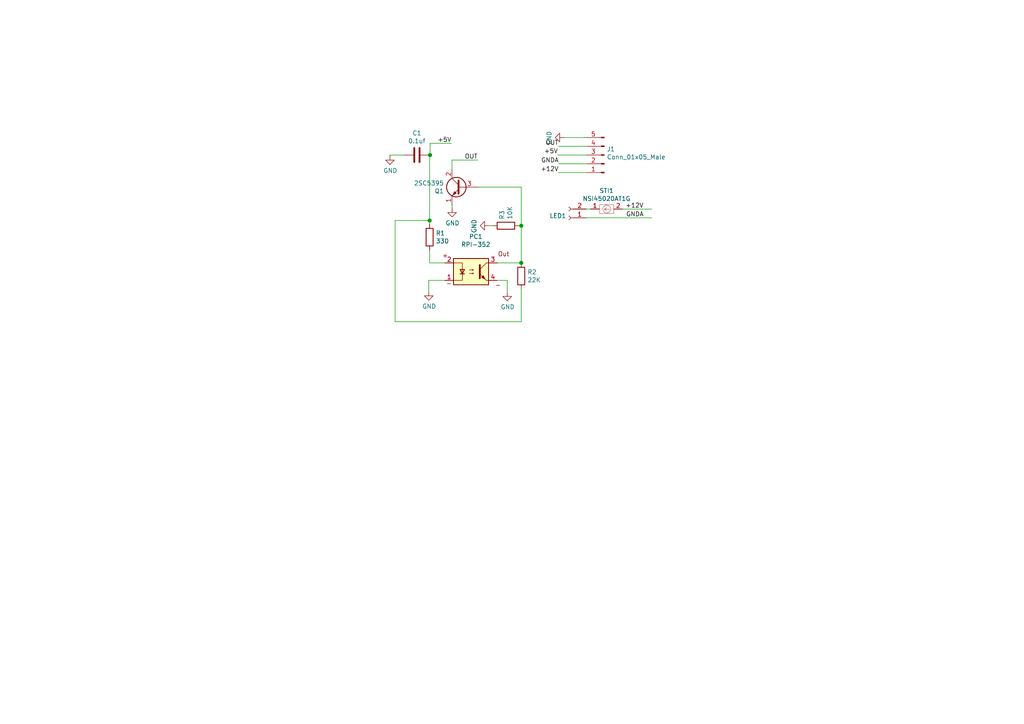
<source format=kicad_sch>
(kicad_sch (version 20220126) (generator eeschema)
  (paper "A4")
  (lib_symbols
    (symbol "Connector:Conn_01x02_Female" (pin_names (offset 1.016) hide)
      (property "Reference" "J" (at 0 2.54 0))
      (property "Value" "Conn_01x02_Female" (at 0 -5.08 0))
      (symbol "Conn_01x02_Female_1_1"
        (arc (start 0 -2.032) (mid -0.5058 -2.54) (end 0 -3.048) (stroke (width 0.1524)))
        (polyline (pts (xy -1.27 -2.54) (xy -0.508 -2.54)) (stroke (width 0.1524)))
        (polyline (pts (xy -1.27 0) (xy -0.508 0)) (stroke (width 0.1524)))
        (arc (start 0 0.508) (mid -0.5058 0) (end 0 -0.508) (stroke (width 0.1524)))
        (pin passive line (at -5.08 0 0) (length 3.81) (name "Pin_1") (number "1"))
        (pin passive line (at -5.08 -2.54 0) (length 3.81) (name "Pin_2") (number "2"))
      )
    )
    (symbol "Connector:Conn_01x05_Male" (pin_names (offset 1.016) hide)
      (property "Reference" "J" (at 0 7.62 0))
      (property "Value" "Conn_01x05_Male" (at 0 -7.62 0))
      (symbol "Conn_01x05_Male_1_1"
        (polyline (pts (xy 1.27 -5.08) (xy 0.8636 -5.08)) (stroke (width 0.1524)))
        (polyline (pts (xy 1.27 -2.54) (xy 0.8636 -2.54)) (stroke (width 0.1524)))
        (polyline (pts (xy 1.27 0) (xy 0.8636 0)) (stroke (width 0.1524)))
        (polyline (pts (xy 1.27 2.54) (xy 0.8636 2.54)) (stroke (width 0.1524)))
        (polyline (pts (xy 1.27 5.08) (xy 0.8636 5.08)) (stroke (width 0.1524)))
        (rectangle (start 0.8636 -4.953) (end 0 -5.207) (stroke (width 0.1524)) (fill (type outline)))
        (rectangle (start 0.8636 -2.413) (end 0 -2.667) (stroke (width 0.1524)) (fill (type outline)))
        (rectangle (start 0.8636 0.127) (end 0 -0.127) (stroke (width 0.1524)) (fill (type outline)))
        (rectangle (start 0.8636 2.667) (end 0 2.413) (stroke (width 0.1524)) (fill (type outline)))
        (rectangle (start 0.8636 5.207) (end 0 4.953) (stroke (width 0.1524)) (fill (type outline)))
        (pin passive line (at 5.08 5.08 180) (length 3.81) (name "Pin_1") (number "1"))
        (pin passive line (at 5.08 2.54 180) (length 3.81) (name "Pin_2") (number "2"))
        (pin passive line (at 5.08 0 180) (length 3.81) (name "Pin_3") (number "3"))
        (pin passive line (at 5.08 -2.54 180) (length 3.81) (name "Pin_4") (number "4"))
        (pin passive line (at 5.08 -5.08 180) (length 3.81) (name "Pin_5") (number "5"))
      )
    )
    (symbol "Device:C" (pin_numbers hide) (pin_names (offset 0.254))
      (property "Reference" "C" (at 0.635 2.54 0))
      (property "Value" "C" (at 0.635 -2.54 0))
      (symbol "C_0_1"
        (polyline (pts (xy -2.032 -0.762) (xy 2.032 -0.762)) (stroke (width 0.508)))
        (polyline (pts (xy -2.032 0.762) (xy 2.032 0.762)) (stroke (width 0.508)))
      )
      (symbol "C_1_1"
        (pin passive line (at 0 3.81 270) (length 2.794) (name "~") (number "1"))
        (pin passive line (at 0 -3.81 90) (length 2.794) (name "~") (number "2"))
      )
    )
    (symbol "Device:R" (pin_numbers hide) (pin_names (offset 0))
      (property "Reference" "R" (at 2.032 0 90))
      (property "Value" "R" (at 0 0 90))
      (symbol "R_0_1"
        (rectangle (start -1.016 -2.54) (end 1.016 2.54) (stroke (width 0.254)))
      )
      (symbol "R_1_1"
        (pin passive line (at 0 3.81 270) (length 1.27) (name "~") (number "1"))
        (pin passive line (at 0 -3.81 90) (length 1.27) (name "~") (number "2"))
      )
    )
    (symbol "RPI-221:2SC5395" (pin_names (offset 0) hide)
      (property "Reference" "Q" (at 5.08 1.905 0))
      (property "Value" "2SC5395" (at 5.08 0 0))
      (symbol "2SC5395_0_1"
        (polyline (pts (xy 0 0) (xy 0.635 0)))
        (polyline (pts (xy 0.635 0.635) (xy 2.54 2.54)))
        (polyline (pts (xy 0.635 -0.635) (xy 2.54 -2.54) (xy 2.54 -2.54)))
        (polyline (pts (xy 0.635 1.905) (xy 0.635 -1.905) (xy 0.635 -1.905)) (stroke (width 0.508)))
        (polyline (pts (xy 1.27 -1.778) (xy 1.778 -1.27) (xy 2.286 -2.286) (xy 1.27 -1.778) (xy 1.27 -1.778)) (fill (type outline)))
        (circle (center 1.27 0) (radius 2.8194) (stroke (width 0.254)))
      )
      (symbol "2SC5395_1_1"
        (pin passive line (at 2.54 -5.08 90) (length 2.54) (name "E") (number "1"))
        (pin passive line (at 2.54 5.08 270) (length 2.54) (name "C") (number "2"))
        (pin input line (at -5.08 0 0) (length 5.08) (name "B") (number "3"))
      )
    )
    (symbol "RPI-221:NSI45020AT1G" (pin_names (offset 1.016))
      (property "Reference" "D" (at 0.025 3.425 0))
      (property "Value" "NSI45020AT1G" (at -0.075 5.425 0))
      (symbol "NSI45020AT1G_0_1"
        (rectangle (start -2 -1.25) (end 2.125 1.275) (stroke (width 0.0005)))
        (polyline (pts (xy 0.7 0) (xy 0.05 -0.425)) (stroke (width 0.0005)))
        (polyline (pts (xy -0.8 0) (xy 0.725 0) (xy 0.075 0.425) (xy 0.1 0.375)) (stroke (width 0.0005)))
        (circle (center 0.025 0) (radius 1.115) (stroke (width 0.0005)))
      )
      (symbol "NSI45020AT1G_1_1"
        (pin output line (at 4.7 -0.025 180) (length 2.54) (name "") (number "1"))
        (pin input line (at -4.575 0 0) (length 2.54) (name "") (number "2"))
      )
    )
    (symbol "RPI-221:RPI-352" (pin_names (offset 1.016))
      (property "Reference" "U" (at -5.08 5.08 0))
      (property "Value" "RPI-352" (at -2.794 7.0866 0))
      (symbol "RPI-352_0_0"
        (text "+" (at -7.5184 4.6736 0) (effects (font (size 1.27 1.27))))
        (text "-" (at -6.4008 -3.4036 0) (effects (font (size 1.27 1.27))))
        (text "-" (at 7.8232 -3.8608 0) (effects (font (size 1.27 1.27))))
        (text "Out" (at 9.4488 5.1308 0) (effects (font (size 1.27 1.27))))
      )
      (symbol "RPI-352_0_1"
        (rectangle (start -5.08 3.81) (end 5.08 -3.81) (stroke (width 0.254)) (fill (type background)))
        (polyline (pts (xy -3.175 -0.635) (xy -1.905 -0.635)) (stroke (width 0.254)))
        (polyline (pts (xy 2.54 0.635) (xy 4.445 2.54)))
        (polyline (pts (xy 4.445 -2.54) (xy 2.54 -0.635)) (fill (type outline)))
        (polyline (pts (xy 4.445 -2.54) (xy 5.08 -2.54)))
        (polyline (pts (xy 4.445 2.54) (xy 5.08 2.54)))
        (polyline (pts (xy -2.54 -0.635) (xy -2.54 -2.54) (xy -5.08 -2.54)))
        (polyline (pts (xy 2.54 1.905) (xy 2.54 -1.905) (xy 2.54 -1.905)) (stroke (width 0.508)))
        (polyline (pts (xy -5.08 2.54) (xy -2.54 2.54) (xy -2.54 -1.27) (xy -2.54 0.635)))
        (polyline (pts (xy -2.54 -0.635) (xy -3.175 0.635) (xy -1.905 0.635) (xy -2.54 -0.635)) (stroke (width 0.254)))
        (polyline (pts (xy -0.508 -0.508) (xy 0.762 -0.508) (xy 0.381 -0.635) (xy 0.381 -0.381) (xy 0.762 -0.508)))
        (polyline (pts (xy -0.508 0.508) (xy 0.762 0.508) (xy 0.381 0.381) (xy 0.381 0.635) (xy 0.762 0.508)))
        (polyline (pts (xy 3.048 -1.651) (xy 3.556 -1.143) (xy 4.064 -2.159) (xy 3.048 -1.651) (xy 3.048 -1.651)) (fill (type outline)))
      )
      (symbol "RPI-352_1_1"
        (pin passive line (at -7.62 -2.54 0) (length 2.54) (name "~") (number "1"))
        (pin passive line (at -7.62 2.54 0) (length 2.54) (name "~") (number "2"))
        (pin passive line (at 7.62 2.54 180) (length 2.54) (name "~") (number "3"))
        (pin passive line (at 7.62 -2.54 180) (length 2.54) (name "~") (number "4"))
      )
    )
    (symbol "power:GND" (power) (pin_names (offset 0))
      (property "Value" "GND" (at 0 -3.81 0))
      (symbol "GND_0_1"
        (polyline (pts (xy 0 0) (xy 0 -1.27) (xy 1.27 -1.27) (xy 0 -2.54) (xy -1.27 -1.27) (xy 0 -1.27)))
      )
      (symbol "GND_1_1"
        (pin power_in line (at 0 0 270) (length 0) hide (name "GND") (number "1"))
      )
    )
  )
  (junction (at 124.735 44.975) (diameter 1.016))
  (junction (at 151.1808 76.2508) (diameter 1.016))
  (junction (at 151.1808 65.475) (diameter 1.016))
  (junction (at 124.6124 63.9572) (diameter 1.016))
  (wire (pts (xy 131.0894 46.425) (xy 138.575 46.425)))
  (wire (pts (xy 147.125 81.3308) (xy 144.2466 81.3308)))
  (wire (pts (xy 117.115 44.975) (xy 113.1 44.975)))
  (wire (pts (xy 171.3 60.625) (xy 170.03 60.625)))
  (wire (pts (xy 147.125 84.7) (xy 147.125 81.3308)))
  (wire (pts (xy 170.191 50.047) (xy 162.052 50.047)))
  (wire (pts (xy 131.125 60.375) (xy 131.125 59.3598)))
  (wire (pts (xy 162.052 50.047) (xy 162.052 50.067)))
  (wire (pts (xy 162.075 47.507) (xy 162.075 47.5)))
  (wire (pts (xy 131.125 59.3598) (xy 131.0894 59.3598)))
  (wire (pts (xy 113.1 44.975) (xy 113.1 45.175)))
  (wire (pts (xy 169.395 42.427) (xy 169.395 42.435)))
  (wire (pts (xy 162 42.435) (xy 169.395 42.435)))
  (wire (pts (xy 151.1808 54.275) (xy 151.1808 65.475)))
  (wire (pts (xy 129.0066 76.2508) (xy 124.6124 76.2508)))
  (wire (pts (xy 124.735 44.975) (xy 124.735 41.575)))
  (wire (pts (xy 161.8488 44.967) (xy 161.8488 44.8818)))
  (wire (pts (xy 131.0894 49.1998) (xy 131.0894 46.425)))
  (wire (pts (xy 170.191 47.507) (xy 162.075 47.507)))
  (wire (pts (xy 163.6 39.895) (xy 163.6 39.9)))
  (wire (pts (xy 144.2466 76.2508) (xy 151.1808 76.2508)))
  (wire (pts (xy 151.1808 65.475) (xy 150.55 65.475)))
  (wire (pts (xy 162 42.435) (xy 162 42.425)))
  (wire (pts (xy 124.6124 63.9572) (xy 124.6124 64.9732)))
  (wire (pts (xy 124.3584 81.3308) (xy 129.0066 81.3308)))
  (wire (pts (xy 141.825 65.475) (xy 142.93 65.475)))
  (wire (pts (xy 170.191 44.967) (xy 161.8488 44.967)))
  (wire (pts (xy 124.6124 63.9572) (xy 124.6124 44.975)))
  (wire (pts (xy 124.6124 76.2508) (xy 124.6124 72.5932)))
  (wire (pts (xy 170.191 42.427) (xy 169.395 42.427)))
  (wire (pts (xy 151.1808 54.275) (xy 138.7094 54.275)))
  (wire (pts (xy 169.395 39.887) (xy 169.395 39.895)))
  (wire (pts (xy 151.1808 93.3196) (xy 151.1808 83.8708)))
  (wire (pts (xy 170.191 39.887) (xy 169.395 39.887)))
  (wire (pts (xy 114.6048 93.3196) (xy 151.1808 93.3196)))
  (wire (pts (xy 124.6124 44.975) (xy 124.735 44.975)))
  (wire (pts (xy 151.1808 65.475) (xy 151.1808 76.2508)))
  (wire (pts (xy 124.3584 84.5312) (xy 124.3584 81.3308)))
  (wire (pts (xy 162.052 50.067) (xy 162.05 50.067)))
  (wire (pts (xy 124.735 41.575) (xy 130.95 41.575)))
  (wire (pts (xy 170.03 63.175) (xy 189.05 63.175)))
  (wire (pts (xy 114.6048 93.3196) (xy 114.6048 63.9572)))
  (wire (pts (xy 170.03 60.625) (xy 170.03 60.635)))
  (wire (pts (xy 163.6 39.895) (xy 169.395 39.895)))
  (wire (pts (xy 180.575 60.65) (xy 189.025 60.65)))
  (wire (pts (xy 114.6048 63.9572) (xy 124.6124 63.9572)))
  (wire (pts (xy 138.7094 54.275) (xy 138.7094 54.2798)))
  (label "+12V" (at 186.675 60.65 0))
  (label "OUT" (at 162 42.425 0))
  (label "+12V" (at 162.05 50.067 0))
  (label "GNDA" (at 186.725 63.175 0))
  (label "+5V" (at 161.8488 44.8818 0))
  (label "+5V" (at 130.95 41.575 0))
  (label "OUT" (at 138.575 46.425 0))
  (label "GNDA" (at 162.075 47.5 0))
  (symbol (lib_id "power:GND") (at 147.125 84.7 0) (unit 1)
    (property "Reference" "#PWR0102" (effects hide))
    (property "Value" "GND" (at 147.2393 89.0244 0))
  )
  (symbol (lib_id "power:GND") (at 141.825 65.475 270) (unit 1)
    (property "Reference" "#PWR0106" (effects hide))
    (property "Value" "GND" (at 137.5006 65.5893 0))
  )
  (symbol (lib_id "power:GND") (at 113.1 45.175 0) (unit 1)
    (property "Reference" "#PWR0104" (effects hide))
    (property "Value" "GND" (at 113.2143 49.4994 0))
  )
  (symbol (lib_id "Connector:Conn_01x02_Female") (at 164.95 63.175 180) (unit 1)
    (property "Reference" "LED1" (at 164.239 62.597 0) (effects (justify left)))
    (property "Value" "Conn_01x02_Female" (effects hide))
    (property "Footprint" "Connector_JST:JST_PH_S2B-PH-K_1x02_P2.00mm_Horizontal" (effects hide))
  )
  (symbol (lib_id "power:GND") (at 124.3584 84.5312 0) (unit 1)
    (property "Reference" "#PWR0101" (effects hide))
    (property "Value" "GND" (at 124.4727 88.8556 0))
  )
  (symbol (lib_id "Device:C") (at 120.925 44.975 90) (unit 1)
    (property "Reference" "C1" (at 120.925 38.606 90))
    (property "Value" "0.1uf" (at 120.9246 40.9046 90))
    (property "Footprint" "Capacitor_THT:C_Disc_D3.8mm_W2.6mm_P2.50mm" (effects hide))
  )
  (symbol (lib_id "power:GND") (at 131.125 60.375 0) (unit 1)
    (property "Reference" "#PWR0105" (effects hide))
    (property "Value" "GND" (at 131.2393 64.6994 0))
  )
  (symbol (lib_id "Connector:Conn_01x05_Male") (at 175.271 44.967 180) (unit 1)
    (property "Reference" "J1" (at 175.9823 43.2588 0) (effects (justify right)))
    (property "Value" "Conn_01x05_Male" (at 175.9823 45.5575 0) (effects (justify right)))
    (property "Footprint" "Connector_JST:JST_PH_S5B-PH-K_1x05_P2.00mm_Horizontal" (effects hide))
  )
  (symbol (lib_id "RPI-221:NSI45020AT1G") (at 176 60.65 180) (unit 1)
    (property "Reference" "STI1" (at 175.938 55.316 0))
    (property "Value" "NSI45020AT1G" (at 175.9375 57.6152 0))
    (property "Footprint" "Diode_SMD:D_SOD-123" (effects hide))
  )
  (symbol (lib_id "Device:R") (at 151.1808 80.0608 180) (unit 1)
    (property "Reference" "R2" (at 152.9592 78.911 0) (effects (justify right)))
    (property "Value" "22K" (at 152.9596 81.21 0) (effects (justify right)))
    (property "Footprint" "Resistor_THT:R_Axial_DIN0204_L3.6mm_D1.6mm_P5.08mm_Horizontal" (effects hide))
  )
  (symbol (lib_id "RPI-221:2SC5395") (at 133.6294 54.2798 0) (mirror y) (unit 1)
    (property "Reference" "Q1" (at 128.7778 55.4296 0) (effects (justify left)))
    (property "Value" "2SC5395" (at 128.778 53.1305 0) (effects (justify left)))
    (property "Footprint" "Package_TO_SOT_THT:TO-92S_Wide" (effects hide))
    (property "Datasheet" "http://rtellason.com/transdata/2sc5395.pdf" (effects hide))
  )
  (symbol (lib_id "RPI-221:RPI-352") (at 136.6266 78.7908 0) (unit 1)
    (property "Reference" "PC1" (at 138 68.6226 0))
    (property "Value" "RPI-352" (at 138 70.9215 0))
    (property "Footprint" "RPI-221:RPI-352" (effects hide))
    (property "Datasheet" "https://www.mouser.com/datasheet/2/348/rpi-221-208938.pdf" (effects hide))
  )
  (symbol (lib_id "power:GND") (at 163.6 39.9 270) (unit 1)
    (property "Reference" "#PWR0103" (effects hide))
    (property "Value" "GND" (at 159.2756 40.0143 0))
  )
  (symbol (lib_id "Device:R") (at 146.74 65.475 270) (unit 1)
    (property "Reference" "R3" (at 145.59 63.697 0) (effects (justify right)))
    (property "Value" "10K" (at 147.889 63.696 0) (effects (justify right)))
    (property "Footprint" "Resistor_THT:R_Axial_DIN0204_L3.6mm_D1.6mm_P5.08mm_Horizontal" (effects hide))
  )
  (symbol (lib_id "Device:R") (at 124.6124 68.7832 0) (unit 1)
    (property "Reference" "R1" (at 126.3905 67.6338 0) (effects (justify left)))
    (property "Value" "330" (at 126.391 69.9324 0) (effects (justify left)))
    (property "Footprint" "Resistor_THT:R_Axial_DIN0204_L3.6mm_D1.6mm_P5.08mm_Horizontal" (effects hide))
  )
)
</source>
